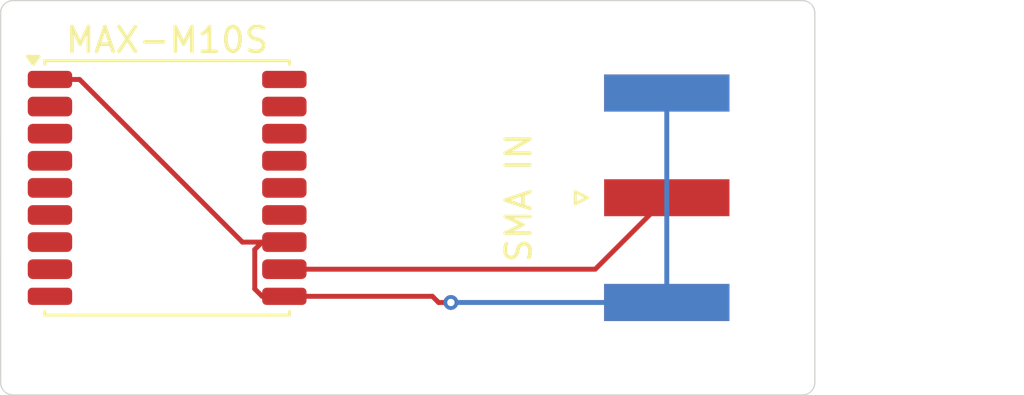
<source format=kicad_pcb>
(kicad_pcb (version 20240108) (generator "pcbnew") (generator_version "8.0")
  (layers (0 "F.Cu" signal) (31 "B.Cu" signal) (34 "B.Paste" user) (35 "F.Paste" user) (36 "B.SilkS" user "B.Silkscreen") (37 "F.SilkS" user "F.Silkscreen") (38 "B.Mask" user) (39 "F.Mask" user) (44 "Edge.Cuts" user))
  (net 0 "")
  (net 1 "GND")
  (net 2 "Net-(J1-In)")
  (footprint "RF_GPS:ublox_MAX" (layer "F.Cu") (at 150.25 99.6)
    (property "Reference" "MAX-M10S" (at 0 -6 0) (layer "F.SilkS"))
    (property "Value" "MAX-M10S")
    (fp_line (start -4.96 -5.16) (end -4.96 -5.01) (stroke (width 0.12)) (layer "F.SilkS"))
    (fp_line (start -4.96 -5.16) (end 4.96 -5.16) (stroke (width 0.12)) (layer "F.SilkS"))
    (fp_line (start -4.96 5.01) (end -4.96 5.16) (stroke (width 0.12)) (layer "F.SilkS"))
    (fp_line (start -4.96 5.16) (end 4.96 5.16) (stroke (width 0.12)) (layer "F.SilkS"))
    (fp_line (start 4.96 -5.16) (end 4.96 -5.01) (stroke (width 0.12)) (layer "F.SilkS"))
    (fp_line (start 4.96 5.01) (end 4.96 5.16) (stroke (width 0.12)) (layer "F.SilkS"))
    (fp_poly (pts (xy -5.43 -5.01) (xy -5.67 -5.34) (xy -5.19 -5.34) (xy -5.43 -5.01)) (stroke (width 0.12)) (fill solid) (layer "F.SilkS"))
    (pad "1" smd roundrect (at -4.75 -4.4) (size 1.8 0.7) (layers "F.Cu" "F.Paste" "F.Mask") (net 1 "GND"))
    (pad "2" smd roundrect (at -4.75 -3.3) (size 1.8 0.8) (layers "F.Cu" "F.Paste" "F.Mask"))
    (pad "3" smd roundrect (at -4.75 -2.2) (size 1.8 0.8) (layers "F.Cu" "F.Paste" "F.Mask"))
    (pad "4" smd roundrect (at -4.75 -1.1) (size 1.8 0.8) (layers "F.Cu" "F.Paste" "F.Mask"))
    (pad "5" smd roundrect (at -4.75 0) (size 1.8 0.8) (layers "F.Cu" "F.Paste" "F.Mask"))
    (pad "6" smd roundrect (at -4.75 1.1) (size 1.8 0.8) (layers "F.Cu" "F.Paste" "F.Mask"))
    (pad "7" smd roundrect (at -4.75 2.2) (size 1.8 0.8) (layers "F.Cu" "F.Paste" "F.Mask"))
    (pad "8" smd roundrect (at -4.75 3.3) (size 1.8 0.8) (layers "F.Cu" "F.Paste" "F.Mask"))
    (pad "9" smd roundrect (at -4.75 4.4) (size 1.8 0.7) (layers "F.Cu" "F.Paste" "F.Mask"))
    (pad "10" smd roundrect (at 4.75 4.4) (size 1.8 0.7) (layers "F.Cu" "F.Paste" "F.Mask") (net 1 "GND"))
    (pad "11" smd roundrect (at 4.75 3.3) (size 1.8 0.8) (layers "F.Cu" "F.Paste" "F.Mask") (net 2 "Net-(J1-In)"))
    (pad "12" smd roundrect (at 4.75 2.2) (size 1.8 0.8) (layers "F.Cu" "F.Paste" "F.Mask") (net 1 "GND"))
    (pad "13" smd roundrect (at 4.75 1.1) (size 1.8 0.8) (layers "F.Cu" "F.Paste" "F.Mask"))
    (pad "14" smd roundrect (at 4.75 0) (size 1.8 0.8) (layers "F.Cu" "F.Paste" "F.Mask"))
    (pad "15" smd roundrect (at 4.75 -1.1) (size 1.8 0.8) (layers "F.Cu" "F.Paste" "F.Mask"))
    (pad "16" smd roundrect (at 4.75 -2.2) (size 1.8 0.8) (layers "F.Cu" "F.Paste" "F.Mask"))
    (pad "17" smd roundrect (at 4.75 -3.3) (size 1.8 0.8) (layers "F.Cu" "F.Paste" "F.Mask"))
    (pad "18" smd roundrect (at 4.75 -4.4) (size 1.8 0.7) (layers "F.Cu" "F.Paste" "F.Mask"))
  )
  (footprint "Connector_Coaxial:SMA_Amphenol_132289_EdgeMount" (layer "F.Cu") (at 170.5 100)
    (property "Reference" "SMA IN" (at -6 0 90) (layer "F.SilkS"))
    (property "Value" "SMA")
    (fp_line (start -3.71 -0.25) (end -3.71 0.25) (stroke (width 0.12)) (layer "F.SilkS"))
    (fp_line (start -3.71 0.25) (end -3.21 0) (stroke (width 0.12)) (layer "F.SilkS"))
    (fp_line (start -3.21 0) (end -3.71 -0.25) (stroke (width 0.12)) (layer "F.SilkS"))
    (pad "1" smd rect (at 0 0 90) (size 1.5 5.08) (layers "F.Cu" "F.Paste" "F.Mask") (net 2 "Net-(J1-In)"))
    (pad "2" smd rect (at 0 -4.25 90) (size 1.5 5.08) (layers "F.Cu" "F.Paste" "F.Mask") (net 1 "GND"))
    (pad "2" smd rect (at 0 -4.25 90) (size 1.5 5.08) (layers "B.Cu" "B.Paste" "B.Mask") (net 1 "GND"))
    (pad "2" smd rect (at 0 4.25 90) (size 1.5 5.08) (layers "F.Cu" "F.Paste" "F.Mask") (net 1 "GND"))
    (pad "2" smd rect (at 0 4.25 90) (size 1.5 5.08) (layers "B.Cu" "B.Paste" "B.Mask") (net 1 "GND"))
  )
  (gr_line (start 143.5 92.5) (end 143.500534 107.50037) (stroke (width 0.05)) (layer "Edge.Cuts"))
  (gr_arc (start 176 92) (mid 176.353553 92.146447) (end 176.5 92.5) (stroke (width 0.05)) (layer "Edge.Cuts"))
  (gr_arc (start 143.5 92.5) (mid 143.646447 92.146447) (end 144 92) (stroke (width 0.05)) (layer "Edge.Cuts"))
  (gr_line (start 176.5 107.5) (end 176.5 92.5) (stroke (width 0.05)) (layer "Edge.Cuts"))
  (gr_arc (start 176.5 107.5) (mid 176.353553 107.853553) (end 176 108) (stroke (width 0.05)) (layer "Edge.Cuts"))
  (gr_arc (start 144.000534 108.00037) (mid 143.646981 107.853923) (end 143.500534 107.50037) (stroke (width 0.05)) (layer "Edge.Cuts"))
  (gr_line (start 144.000534 108.00037) (end 176 108) (stroke (width 0.05)) (layer "Edge.Cuts"))
  (gr_line (start 176 92) (end 144 92) (stroke (width 0.05)) (layer "Edge.Cuts"))
  (segment (start 155 101.8) (end 153.3 101.8) (width 0.2) (layer "F.Cu") (net 1))
  (segment (start 161.25 104.25) (end 161 104) (width 0.2) (layer "F.Cu") (net 1))
  (segment (start 153.8 103.7) (end 153.8 102.1) (width 0.2) (layer "F.Cu") (net 1))
  (segment (start 154.1 104) (end 153.8 103.7) (width 0.2) (layer "F.Cu") (net 1))
  (segment (start 153.3 101.8) (end 146.7 95.2) (width 0.2) (layer "F.Cu") (net 1))
  (segment (start 153.8 102.1) (end 154.1 101.8) (width 0.2) (layer "F.Cu") (net 1))
  (segment (start 154.1 101.8) (end 155 101.8) (width 0.2) (layer "F.Cu") (net 1))
  (segment (start 155 104) (end 154.1 104) (width 0.2) (layer "F.Cu") (net 1))
  (segment (start 161.75 104.25) (end 161.25 104.25) (width 0.2) (layer "F.Cu") (net 1))
  (segment (start 161 104) (end 155 104) (width 0.2) (layer "F.Cu") (net 1))
  (segment (start 146.7 95.2) (end 145.5 95.2) (width 0.2) (layer "F.Cu") (net 1))
  (via (at 161.75 104.25) (size 0.6) (drill 0.3) (layers "F.Cu" "B.Cu") (net 1))
  (segment (start 170.5 104.25) (end 161.75 104.25) (width 0.2) (layer "B.Cu") (net 1))
  (segment (start 170.5 95.75) (end 170.5 104.25) (width 0.2) (layer "B.Cu") (net 1))
  (segment (start 167.6 102.9) (end 155 102.9) (width 0.2) (layer "F.Cu") (net 2))
  (segment (start 170.5 100) (end 167.6 102.9) (width 0.2) (layer "F.Cu") (net 2))
)
</source>
